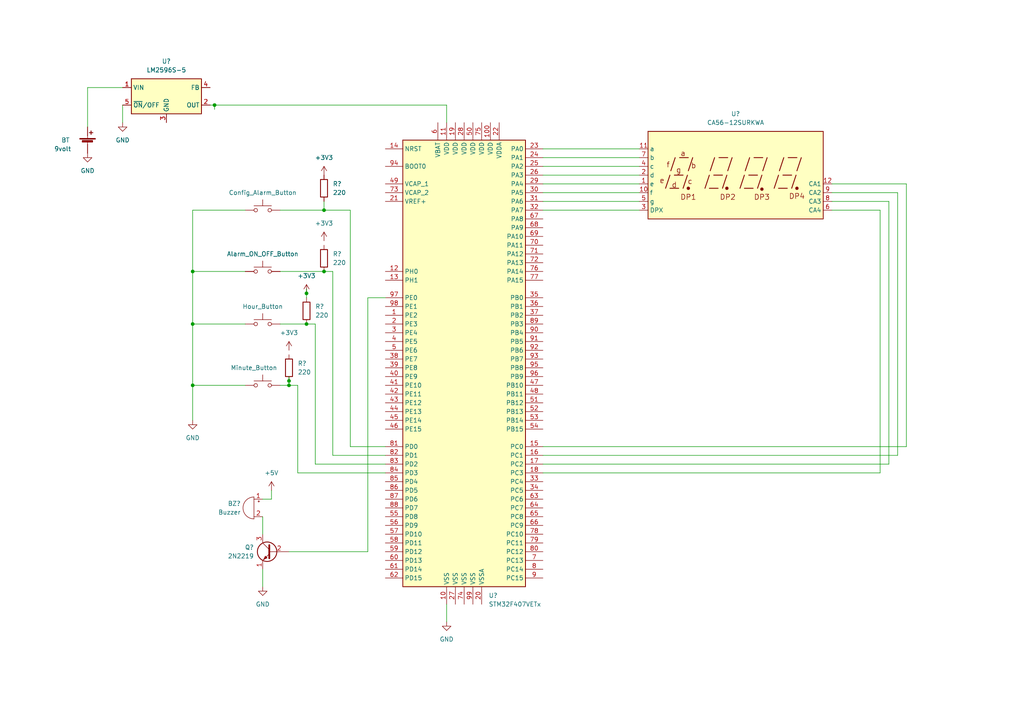
<source format=kicad_sch>
(kicad_sch (version 20211123) (generator eeschema)
  (paper "A4")
  (lib_symbols
    (symbol "Device:Battery_Cell" (pin_numbers hide) (pin_names (offset 0) hide)
      (property "Reference" "BT" (at 2.54 2.54 0))
      (property "Value" "Battery_Cell" (at 2.54 0 0))
      (symbol "Battery_Cell_0_1"
        (rectangle (start -2.286 1.778) (end 2.286 1.524) (fill (type outline)))
        (rectangle (start -1.5748 1.1938) (end 1.4732 0.6858) (fill (type outline)))
        (polyline (pts (xy 0 0.762) (xy 0 0)))
        (polyline (pts (xy 0 1.778) (xy 0 2.54)))
        (polyline (pts (xy 0.508 3.429) (xy 1.524 3.429)) (stroke (width 0.254)))
        (polyline (pts (xy 1.016 3.937) (xy 1.016 2.921)) (stroke (width 0.254)))
      )
      (symbol "Battery_Cell_1_1"
        (pin passive line (at 0 5.08 270) (length 2.54) (name "+") (number "1"))
        (pin passive line (at 0 -2.54 90) (length 2.54) (name "-") (number "2"))
      )
    )
    (symbol "Device:Buzzer" (pin_names (offset 0.0254) hide)
      (property "Reference" "BZ" (at 3.81 1.27 0))
      (property "Value" "Buzzer" (at 3.81 -1.27 0))
      (symbol "Buzzer_0_1"
        (arc (start 0 -3.175) (mid 3.175 0) (end 0 3.175))
        (polyline (pts (xy -1.651 1.905) (xy -1.143 1.905)))
        (polyline (pts (xy -1.397 2.159) (xy -1.397 1.651)))
        (polyline (pts (xy 0 3.175) (xy 0 -3.175)))
      )
      (symbol "Buzzer_1_1"
        (pin passive line (at -2.54 2.54 0) (length 2.54) (name "-") (number "1"))
        (pin passive line (at -2.54 -2.54 0) (length 2.54) (name "+") (number "2"))
      )
    )
    (symbol "Device:R" (pin_numbers hide) (pin_names (offset 0))
      (property "Reference" "R" (at 2.032 0 90))
      (property "Value" "R" (at 0 0 90))
      (symbol "R_0_1"
        (rectangle (start -1.016 -2.54) (end 1.016 2.54) (stroke (width 0.254)))
      )
      (symbol "R_1_1"
        (pin passive line (at 0 3.81 270) (length 1.27) (name "~") (number "1"))
        (pin passive line (at 0 -3.81 90) (length 1.27) (name "~") (number "2"))
      )
    )
    (symbol "Display_Character:CA56-12SURKWA"
      (property "Reference" "U" (at -24.13 13.97 0))
      (property "Value" "CA56-12SURKWA" (at 17.78 13.97 0))
      (symbol "CA56-12SURKWA_0_0"
        (rectangle (start -25.4 12.7) (end 25.4 -12.7) (stroke (width 0.254)) (fill (type background)))
        (polyline (pts (xy -20.32 -3.81) (xy -19.05 0)) (stroke (width 0.254)))
        (polyline (pts (xy -19.05 -3.81) (xy -16.51 -3.81)) (stroke (width 0.254)))
        (polyline (pts (xy -18.796 1.27) (xy -17.526 5.08)) (stroke (width 0.254)))
        (polyline (pts (xy -17.78 0) (xy -15.24 0)) (stroke (width 0.254)))
        (polyline (pts (xy -16.256 5.08) (xy -13.716 5.08)) (stroke (width 0.254)))
        (polyline (pts (xy -15.24 -3.81) (xy -13.97 0)) (stroke (width 0.254)))
        (polyline (pts (xy -13.716 1.27) (xy -12.446 5.08)) (stroke (width 0.254)))
        (polyline (pts (xy -8.89 -3.81) (xy -7.62 0)) (stroke (width 0.254)))
        (polyline (pts (xy -7.62 -3.81) (xy -5.08 -3.81)) (stroke (width 0.254)))
        (polyline (pts (xy -7.366 1.27) (xy -6.096 5.08)) (stroke (width 0.254)))
        (polyline (pts (xy -6.35 0) (xy -3.81 0)) (stroke (width 0.254)))
        (polyline (pts (xy -4.826 5.08) (xy -2.286 5.08)) (stroke (width 0.254)))
        (polyline (pts (xy -3.81 -3.81) (xy -2.54 0)) (stroke (width 0.254)))
        (polyline (pts (xy -2.286 1.27) (xy -1.016 5.08)) (stroke (width 0.254)))
        (polyline (pts (xy 1.27 -3.81) (xy 2.54 0)) (stroke (width 0.254)))
        (polyline (pts (xy 2.54 -3.81) (xy 5.08 -3.81)) (stroke (width 0.254)))
        (polyline (pts (xy 2.794 1.27) (xy 4.064 5.08)) (stroke (width 0.254)))
        (polyline (pts (xy 3.81 0) (xy 6.35 0)) (stroke (width 0.254)))
        (polyline (pts (xy 5.334 5.08) (xy 7.874 5.08)) (stroke (width 0.254)))
        (polyline (pts (xy 6.35 -3.81) (xy 7.62 0)) (stroke (width 0.254)))
        (polyline (pts (xy 7.874 1.27) (xy 9.144 5.08)) (stroke (width 0.254)))
        (polyline (pts (xy 11.176 -3.81) (xy 12.446 0)) (stroke (width 0.254)))
        (polyline (pts (xy 12.446 -3.81) (xy 14.986 -3.81)) (stroke (width 0.254)))
        (polyline (pts (xy 12.7 1.27) (xy 13.97 5.08)) (stroke (width 0.254)))
        (polyline (pts (xy 13.716 0) (xy 16.256 0)) (stroke (width 0.254)))
        (polyline (pts (xy 15.24 5.08) (xy 17.78 5.08)) (stroke (width 0.254)))
        (polyline (pts (xy 16.256 -3.81) (xy 17.526 0)) (stroke (width 0.254)))
        (polyline (pts (xy 17.78 1.27) (xy 19.05 5.08)) (stroke (width 0.254)))
        (text "a" (at -15.24 6.35 0) (effects (font (size 1.524 1.524))))
        (text "b" (at -12.192 2.794 0) (effects (font (size 1.524 1.524))))
        (text "c" (at -13.208 -1.778 0) (effects (font (size 1.524 1.524))))
        (text "d" (at -17.78 -2.794 0) (effects (font (size 1.524 1.524))))
        (text "DP1" (at -13.716 -6.35 0) (effects (font (size 1.524 1.524))))
        (text "DP2" (at -2.286 -6.35 0) (effects (font (size 1.524 1.524))))
        (text "DP3" (at 7.62 -6.35 0) (effects (font (size 1.524 1.524))))
        (text "DP4" (at 17.78 -6.096 0) (effects (font (size 1.524 1.524))))
        (text "e" (at -21.336 -1.524 0) (effects (font (size 1.524 1.524))))
        (text "f" (at -19.558 3.048 0) (effects (font (size 1.524 1.524))))
        (text "g" (at -16.51 1.524 0) (effects (font (size 1.524 1.524))))
      )
      (symbol "CA56-12SURKWA_0_1"
        (circle (center -13.716 -3.81) (radius 0.3556) (stroke (width 0.254)) (fill (type outline)))
        (circle (center -2.54 -3.81) (radius 0.3556) (stroke (width 0.254)) (fill (type outline)))
      )
      (symbol "CA56-12SURKWA_1_0"
        (circle (center 7.62 -4.064) (radius 0.3556) (stroke (width 0.254)) (fill (type outline)))
        (circle (center 17.78 -3.81) (radius 0.3556) (stroke (width 0.254)) (fill (type outline)))
      )
      (symbol "CA56-12SURKWA_1_1"
        (pin input line (at -27.94 -2.54 0) (length 2.54) (name "e") (number "1"))
        (pin input line (at -27.94 -5.08 0) (length 2.54) (name "f") (number "10"))
        (pin input line (at -27.94 7.62 0) (length 2.54) (name "a") (number "11"))
        (pin input line (at 27.94 -2.54 180) (length 2.54) (name "CA1") (number "12"))
        (pin input line (at -27.94 0 0) (length 2.54) (name "d") (number "2"))
        (pin input line (at -27.94 -10.16 0) (length 2.54) (name "DPX") (number "3"))
        (pin input line (at -27.94 2.54 0) (length 2.54) (name "c") (number "4"))
        (pin input line (at -27.94 -7.62 0) (length 2.54) (name "g") (number "5"))
        (pin input line (at 27.94 -10.16 180) (length 2.54) (name "CA4") (number "6"))
        (pin input line (at -27.94 5.08 0) (length 2.54) (name "b") (number "7"))
        (pin input line (at 27.94 -7.62 180) (length 2.54) (name "CA3") (number "8"))
        (pin input line (at 27.94 -5.08 180) (length 2.54) (name "CA2") (number "9"))
      )
    )
    (symbol "MCU_ST_STM32F4:STM32F407VETx"
      (property "Reference" "U" (at -17.78 64.77 0))
      (property "Value" "STM32F407VETx" (at 12.7 64.77 0))
      (symbol "STM32F407VETx_0_1"
        (rectangle (start -17.78 -66.04) (end 17.78 63.5) (stroke (width 0.254)) (fill (type background)))
      )
      (symbol "STM32F407VETx_1_1"
        (pin bidirectional line (at -22.86 12.7 0) (length 5.08) (name "PE2") (number "1"))
        (pin power_in line (at -5.08 -71.12 90) (length 5.08) (name "VSS") (number "10"))
        (pin power_in line (at 7.62 68.58 270) (length 5.08) (name "VDD") (number "100"))
        (pin power_in line (at -5.08 68.58 270) (length 5.08) (name "VDD") (number "11"))
        (pin input line (at -22.86 25.4 0) (length 5.08) (name "PH0") (number "12"))
        (pin input line (at -22.86 22.86 0) (length 5.08) (name "PH1") (number "13"))
        (pin input line (at -22.86 60.96 0) (length 5.08) (name "NRST") (number "14"))
        (pin bidirectional line (at 22.86 -25.4 180) (length 5.08) (name "PC0") (number "15"))
        (pin bidirectional line (at 22.86 -27.94 180) (length 5.08) (name "PC1") (number "16"))
        (pin bidirectional line (at 22.86 -30.48 180) (length 5.08) (name "PC2") (number "17"))
        (pin bidirectional line (at 22.86 -33.02 180) (length 5.08) (name "PC3") (number "18"))
        (pin power_in line (at -2.54 68.58 270) (length 5.08) (name "VDD") (number "19"))
        (pin bidirectional line (at -22.86 10.16 0) (length 5.08) (name "PE3") (number "2"))
        (pin power_in line (at 5.08 -71.12 90) (length 5.08) (name "VSSA") (number "20"))
        (pin power_in line (at -22.86 45.72 0) (length 5.08) (name "VREF+") (number "21"))
        (pin power_in line (at 10.16 68.58 270) (length 5.08) (name "VDDA") (number "22"))
        (pin bidirectional line (at 22.86 60.96 180) (length 5.08) (name "PA0") (number "23"))
        (pin bidirectional line (at 22.86 58.42 180) (length 5.08) (name "PA1") (number "24"))
        (pin bidirectional line (at 22.86 55.88 180) (length 5.08) (name "PA2") (number "25"))
        (pin bidirectional line (at 22.86 53.34 180) (length 5.08) (name "PA3") (number "26"))
        (pin power_in line (at -2.54 -71.12 90) (length 5.08) (name "VSS") (number "27"))
        (pin power_in line (at 0 68.58 270) (length 5.08) (name "VDD") (number "28"))
        (pin bidirectional line (at 22.86 50.8 180) (length 5.08) (name "PA4") (number "29"))
        (pin bidirectional line (at -22.86 7.62 0) (length 5.08) (name "PE4") (number "3"))
        (pin bidirectional line (at 22.86 48.26 180) (length 5.08) (name "PA5") (number "30"))
        (pin bidirectional line (at 22.86 45.72 180) (length 5.08) (name "PA6") (number "31"))
        (pin bidirectional line (at 22.86 43.18 180) (length 5.08) (name "PA7") (number "32"))
        (pin bidirectional line (at 22.86 -35.56 180) (length 5.08) (name "PC4") (number "33"))
        (pin bidirectional line (at 22.86 -38.1 180) (length 5.08) (name "PC5") (number "34"))
        (pin bidirectional line (at 22.86 17.78 180) (length 5.08) (name "PB0") (number "35"))
        (pin bidirectional line (at 22.86 15.24 180) (length 5.08) (name "PB1") (number "36"))
        (pin bidirectional line (at 22.86 12.7 180) (length 5.08) (name "PB2") (number "37"))
        (pin bidirectional line (at -22.86 0 0) (length 5.08) (name "PE7") (number "38"))
        (pin bidirectional line (at -22.86 -2.54 0) (length 5.08) (name "PE8") (number "39"))
        (pin bidirectional line (at -22.86 5.08 0) (length 5.08) (name "PE5") (number "4"))
        (pin bidirectional line (at -22.86 -5.08 0) (length 5.08) (name "PE9") (number "40"))
        (pin bidirectional line (at -22.86 -7.62 0) (length 5.08) (name "PE10") (number "41"))
        (pin bidirectional line (at -22.86 -10.16 0) (length 5.08) (name "PE11") (number "42"))
        (pin bidirectional line (at -22.86 -12.7 0) (length 5.08) (name "PE12") (number "43"))
        (pin bidirectional line (at -22.86 -15.24 0) (length 5.08) (name "PE13") (number "44"))
        (pin bidirectional line (at -22.86 -17.78 0) (length 5.08) (name "PE14") (number "45"))
        (pin bidirectional line (at -22.86 -20.32 0) (length 5.08) (name "PE15") (number "46"))
        (pin bidirectional line (at 22.86 -7.62 180) (length 5.08) (name "PB10") (number "47"))
        (pin bidirectional line (at 22.86 -10.16 180) (length 5.08) (name "PB11") (number "48"))
        (pin power_in line (at -22.86 50.8 0) (length 5.08) (name "VCAP_1") (number "49"))
        (pin bidirectional line (at -22.86 2.54 0) (length 5.08) (name "PE6") (number "5"))
        (pin power_in line (at 2.54 68.58 270) (length 5.08) (name "VDD") (number "50"))
        (pin bidirectional line (at 22.86 -12.7 180) (length 5.08) (name "PB12") (number "51"))
        (pin bidirectional line (at 22.86 -15.24 180) (length 5.08) (name "PB13") (number "52"))
        (pin bidirectional line (at 22.86 -17.78 180) (length 5.08) (name "PB14") (number "53"))
        (pin bidirectional line (at 22.86 -20.32 180) (length 5.08) (name "PB15") (number "54"))
        (pin bidirectional line (at -22.86 -45.72 0) (length 5.08) (name "PD8") (number "55"))
        (pin bidirectional line (at -22.86 -48.26 0) (length 5.08) (name "PD9") (number "56"))
        (pin bidirectional line (at -22.86 -50.8 0) (length 5.08) (name "PD10") (number "57"))
        (pin bidirectional line (at -22.86 -53.34 0) (length 5.08) (name "PD11") (number "58"))
        (pin bidirectional line (at -22.86 -55.88 0) (length 5.08) (name "PD12") (number "59"))
        (pin power_in line (at -7.62 68.58 270) (length 5.08) (name "VBAT") (number "6"))
        (pin bidirectional line (at -22.86 -58.42 0) (length 5.08) (name "PD13") (number "60"))
        (pin bidirectional line (at -22.86 -60.96 0) (length 5.08) (name "PD14") (number "61"))
        (pin bidirectional line (at -22.86 -63.5 0) (length 5.08) (name "PD15") (number "62"))
        (pin bidirectional line (at 22.86 -40.64 180) (length 5.08) (name "PC6") (number "63"))
        (pin bidirectional line (at 22.86 -43.18 180) (length 5.08) (name "PC7") (number "64"))
        (pin bidirectional line (at 22.86 -45.72 180) (length 5.08) (name "PC8") (number "65"))
        (pin bidirectional line (at 22.86 -48.26 180) (length 5.08) (name "PC9") (number "66"))
        (pin bidirectional line (at 22.86 40.64 180) (length 5.08) (name "PA8") (number "67"))
        (pin bidirectional line (at 22.86 38.1 180) (length 5.08) (name "PA9") (number "68"))
        (pin bidirectional line (at 22.86 35.56 180) (length 5.08) (name "PA10") (number "69"))
        (pin bidirectional line (at 22.86 -58.42 180) (length 5.08) (name "PC13") (number "7"))
        (pin bidirectional line (at 22.86 33.02 180) (length 5.08) (name "PA11") (number "70"))
        (pin bidirectional line (at 22.86 30.48 180) (length 5.08) (name "PA12") (number "71"))
        (pin bidirectional line (at 22.86 27.94 180) (length 5.08) (name "PA13") (number "72"))
        (pin power_in line (at -22.86 48.26 0) (length 5.08) (name "VCAP_2") (number "73"))
        (pin power_in line (at 0 -71.12 90) (length 5.08) (name "VSS") (number "74"))
        (pin power_in line (at 5.08 68.58 270) (length 5.08) (name "VDD") (number "75"))
        (pin bidirectional line (at 22.86 25.4 180) (length 5.08) (name "PA14") (number "76"))
        (pin bidirectional line (at 22.86 22.86 180) (length 5.08) (name "PA15") (number "77"))
        (pin bidirectional line (at 22.86 -50.8 180) (length 5.08) (name "PC10") (number "78"))
        (pin bidirectional line (at 22.86 -53.34 180) (length 5.08) (name "PC11") (number "79"))
        (pin bidirectional line (at 22.86 -60.96 180) (length 5.08) (name "PC14") (number "8"))
        (pin bidirectional line (at 22.86 -55.88 180) (length 5.08) (name "PC12") (number "80"))
        (pin bidirectional line (at -22.86 -25.4 0) (length 5.08) (name "PD0") (number "81"))
        (pin bidirectional line (at -22.86 -27.94 0) (length 5.08) (name "PD1") (number "82"))
        (pin bidirectional line (at -22.86 -30.48 0) (length 5.08) (name "PD2") (number "83"))
        (pin bidirectional line (at -22.86 -33.02 0) (length 5.08) (name "PD3") (number "84"))
        (pin bidirectional line (at -22.86 -35.56 0) (length 5.08) (name "PD4") (number "85"))
        (pin bidirectional line (at -22.86 -38.1 0) (length 5.08) (name "PD5") (number "86"))
        (pin bidirectional line (at -22.86 -40.64 0) (length 5.08) (name "PD6") (number "87"))
        (pin bidirectional line (at -22.86 -43.18 0) (length 5.08) (name "PD7") (number "88"))
        (pin bidirectional line (at 22.86 10.16 180) (length 5.08) (name "PB3") (number "89"))
        (pin bidirectional line (at 22.86 -63.5 180) (length 5.08) (name "PC15") (number "9"))
        (pin bidirectional line (at 22.86 7.62 180) (length 5.08) (name "PB4") (number "90"))
        (pin bidirectional line (at 22.86 5.08 180) (length 5.08) (name "PB5") (number "91"))
        (pin bidirectional line (at 22.86 2.54 180) (length 5.08) (name "PB6") (number "92"))
        (pin bidirectional line (at 22.86 0 180) (length 5.08) (name "PB7") (number "93"))
        (pin input line (at -22.86 55.88 0) (length 5.08) (name "BOOT0") (number "94"))
        (pin bidirectional line (at 22.86 -2.54 180) (length 5.08) (name "PB8") (number "95"))
        (pin bidirectional line (at 22.86 -5.08 180) (length 5.08) (name "PB9") (number "96"))
        (pin bidirectional line (at -22.86 17.78 0) (length 5.08) (name "PE0") (number "97"))
        (pin bidirectional line (at -22.86 15.24 0) (length 5.08) (name "PE1") (number "98"))
        (pin power_in line (at 2.54 -71.12 90) (length 5.08) (name "VSS") (number "99"))
      )
    )
    (symbol "Regulator_Switching:LM2596S-5"
      (property "Reference" "U" (at -10.16 6.35 0))
      (property "Value" "LM2596S-5" (at 0 6.35 0))
      (symbol "LM2596S-5_0_1"
        (rectangle (start -10.16 5.08) (end 10.16 -5.08) (stroke (width 0.254)) (fill (type background)))
      )
      (symbol "LM2596S-5_1_1"
        (pin power_in line (at -12.7 2.54 0) (length 2.54) (name "VIN") (number "1"))
        (pin output line (at 12.7 -2.54 180) (length 2.54) (name "OUT") (number "2"))
        (pin power_in line (at 0 -7.62 90) (length 2.54) (name "GND") (number "3"))
        (pin input line (at 12.7 2.54 180) (length 2.54) (name "FB") (number "4"))
        (pin input line (at -12.7 -2.54 0) (length 2.54) (name "~{ON}/OFF") (number "5"))
      )
    )
    (symbol "Switch:SW_Push" (pin_numbers hide) (pin_names (offset 1.016) hide)
      (property "Reference" "SW" (at 1.27 2.54 0))
      (property "Value" "SW_Push" (at 0 -1.524 0))
      (symbol "SW_Push_0_1"
        (circle (center -2.032 0) (radius 0.508))
        (polyline (pts (xy 0 1.27) (xy 0 3.048)))
        (polyline (pts (xy 2.54 1.27) (xy -2.54 1.27)))
        (circle (center 2.032 0) (radius 0.508))
        (pin passive line (at -5.08 0 0) (length 2.54) (name "1") (number "1"))
        (pin passive line (at 5.08 0 180) (length 2.54) (name "2") (number "2"))
      )
    )
    (symbol "Transistor_BJT:2N2219" (pin_names (offset 0) hide)
      (property "Reference" "Q" (at 5.08 1.905 0))
      (property "Value" "2N2219" (at 5.08 0 0))
      (symbol "2N2219_0_1"
        (polyline (pts (xy 0.635 0.635) (xy 2.54 2.54)))
        (polyline (pts (xy 0.635 -0.635) (xy 2.54 -2.54) (xy 2.54 -2.54)))
        (polyline (pts (xy 0.635 1.905) (xy 0.635 -1.905) (xy 0.635 -1.905)) (stroke (width 0.508)))
        (polyline (pts (xy 1.27 -1.778) (xy 1.778 -1.27) (xy 2.286 -2.286) (xy 1.27 -1.778) (xy 1.27 -1.778)) (fill (type outline)))
        (circle (center 1.27 0) (radius 2.8194) (stroke (width 0.254)))
      )
      (symbol "2N2219_1_1"
        (pin passive line (at 2.54 -5.08 90) (length 2.54) (name "E") (number "1"))
        (pin passive line (at -5.08 0 0) (length 5.715) (name "B") (number "2"))
        (pin passive line (at 2.54 5.08 270) (length 2.54) (name "C") (number "3"))
      )
    )
    (symbol "power:+3.3V" (power) (pin_names (offset 0))
      (property "Value" "+3.3V" (at 0 3.556 0))
      (symbol "+3.3V_0_1"
        (polyline (pts (xy -0.762 1.27) (xy 0 2.54)))
        (polyline (pts (xy 0 0) (xy 0 2.54)))
        (polyline (pts (xy 0 2.54) (xy 0.762 1.27)))
      )
      (symbol "+3.3V_1_1"
        (pin power_in line (at 0 0 90) (length 0) hide (name "+3V3") (number "1"))
      )
    )
    (symbol "power:+5V" (power) (pin_names (offset 0))
      (property "Value" "+5V" (at 0 3.556 0))
      (symbol "+5V_0_1"
        (polyline (pts (xy -0.762 1.27) (xy 0 2.54)))
        (polyline (pts (xy 0 0) (xy 0 2.54)))
        (polyline (pts (xy 0 2.54) (xy 0.762 1.27)))
      )
      (symbol "+5V_1_1"
        (pin power_in line (at 0 0 90) (length 0) hide (name "+5V") (number "1"))
      )
    )
    (symbol "power:GND" (power) (pin_names (offset 0))
      (property "Value" "GND" (at 0 -3.81 0))
      (symbol "GND_0_1"
        (polyline (pts (xy 0 0) (xy 0 -1.27) (xy 1.27 -1.27) (xy 0 -2.54) (xy -1.27 -1.27) (xy 0 -1.27)))
      )
      (symbol "GND_1_1"
        (pin power_in line (at 0 0 270) (length 0) hide (name "GND") (number "1"))
      )
    )
  )
  (junction (at 83.82 110.49))
  (junction (at 62.23 30.48))
  (junction (at 55.88 78.74))
  (junction (at 83.82 111.76))
  (junction (at 88.9 85.09))
  (junction (at 88.9 93.98))
  (junction (at 55.88 111.76))
  (junction (at 93.98 78.74))
  (junction (at 93.98 60.96))
  (junction (at 55.88 93.98))
  (wire (pts (xy 157.48 50.8) (xy 185.42 50.8)))
  (wire (pts (xy 88.9 83.82) (xy 88.9 85.09)))
  (wire (pts (xy 257.81 134.62) (xy 157.48 134.62)))
  (wire (pts (xy 96.52 132.08) (xy 111.76 132.08)))
  (wire (pts (xy 83.82 111.76) (xy 86.36 111.76)))
  (wire (pts (xy 96.52 78.74) (xy 96.52 132.08)))
  (wire (pts (xy 78.74 144.78) (xy 78.74 142.24)))
  (wire (pts (xy 129.54 30.48) (xy 62.23 30.48)))
  (wire (pts (xy 129.54 35.56) (xy 129.54 30.48)))
  (wire (pts (xy 55.88 111.76) (xy 55.88 121.92)))
  (wire (pts (xy 241.3 60.96) (xy 255.27 60.96)))
  (wire (pts (xy 55.88 60.96) (xy 55.88 78.74)))
  (wire (pts (xy 88.9 93.98) (xy 81.28 93.98)))
  (wire (pts (xy 81.28 111.76) (xy 83.82 111.76)))
  (wire (pts (xy 25.4 25.4) (xy 25.4 36.83)))
  (wire (pts (xy 91.44 134.62) (xy 91.44 93.98)))
  (wire (pts (xy 35.56 30.48) (xy 35.56 35.56)))
  (wire (pts (xy 86.36 111.76) (xy 86.36 137.16)))
  (wire (pts (xy 157.48 53.34) (xy 185.42 53.34)))
  (wire (pts (xy 106.68 86.36) (xy 106.68 160.02)))
  (wire (pts (xy 76.2 144.78) (xy 78.74 144.78)))
  (wire (pts (xy 55.88 93.98) (xy 55.88 111.76)))
  (wire (pts (xy 157.48 48.26) (xy 185.42 48.26)))
  (wire (pts (xy 81.28 60.96) (xy 93.98 60.96)))
  (wire (pts (xy 35.56 25.4) (xy 25.4 25.4)))
  (wire (pts (xy 81.28 78.74) (xy 93.98 78.74)))
  (wire (pts (xy 83.82 109.22) (xy 83.82 110.49)))
  (wire (pts (xy 157.48 132.08) (xy 260.35 132.08)))
  (wire (pts (xy 71.12 60.96) (xy 55.88 60.96)))
  (wire (pts (xy 185.42 58.42) (xy 157.48 58.42)))
  (wire (pts (xy 88.9 85.09) (xy 88.9 86.36)))
  (wire (pts (xy 55.88 93.98) (xy 71.12 93.98)))
  (wire (pts (xy 260.35 55.88) (xy 260.35 132.08)))
  (wire (pts (xy 83.82 110.49) (xy 83.82 111.76)))
  (wire (pts (xy 93.98 58.42) (xy 93.98 60.96)))
  (wire (pts (xy 241.3 55.88) (xy 260.35 55.88)))
  (wire (pts (xy 111.76 134.62) (xy 91.44 134.62)))
  (wire (pts (xy 55.88 78.74) (xy 55.88 93.98)))
  (wire (pts (xy 157.48 45.72) (xy 185.42 45.72)))
  (wire (pts (xy 91.44 93.98) (xy 88.9 93.98)))
  (wire (pts (xy 55.88 111.76) (xy 71.12 111.76)))
  (wire (pts (xy 257.81 58.42) (xy 257.81 134.62)))
  (wire (pts (xy 262.89 53.34) (xy 241.3 53.34)))
  (wire (pts (xy 157.48 60.96) (xy 185.42 60.96)))
  (wire (pts (xy 262.89 129.54) (xy 262.89 53.34)))
  (wire (pts (xy 157.48 129.54) (xy 262.89 129.54)))
  (wire (pts (xy 76.2 165.1) (xy 76.2 170.18)))
  (wire (pts (xy 157.48 55.88) (xy 185.42 55.88)))
  (wire (pts (xy 129.54 175.26) (xy 129.54 180.34)))
  (wire (pts (xy 93.98 60.96) (xy 101.6 60.96)))
  (wire (pts (xy 86.36 137.16) (xy 111.76 137.16)))
  (wire (pts (xy 62.23 30.48) (xy 60.96 30.48)))
  (wire (pts (xy 101.6 129.54) (xy 111.76 129.54)))
  (wire (pts (xy 101.6 129.54) (xy 101.6 60.96)))
  (wire (pts (xy 157.48 137.16) (xy 255.27 137.16)))
  (wire (pts (xy 106.68 160.02) (xy 83.82 160.02)))
  (wire (pts (xy 93.98 78.74) (xy 96.52 78.74)))
  (wire (pts (xy 55.88 78.74) (xy 71.12 78.74)))
  (wire (pts (xy 76.2 149.86) (xy 76.2 154.94)))
  (wire (pts (xy 111.76 86.36) (xy 106.68 86.36)))
  (wire (pts (xy 255.27 60.96) (xy 255.27 137.16)))
  (wire (pts (xy 157.48 43.18) (xy 185.42 43.18)))
  (wire (pts (xy 62.23 31.75) (xy 62.23 30.48)))
  (wire (pts (xy 241.3 58.42) (xy 257.81 58.42)))
  (symbol (lib_id "power:GND") (at 76.2 170.18 0) (mirror y) (unit 1)
    (property "Reference" "#PWR?" (effects hide))
    (property "Value" "GND" (at 76.2 175.26 0))
  )
  (symbol (lib_id "Switch:SW_Push") (at 76.2 78.74 0) (unit 1)
    (property "Reference" "Alarm_ON_OFF_Button" (at 76.2 73.66 0))
    (property "Value" "SW_Push" (effects hide))
  )
  (symbol (lib_id "power:GND") (at 25.4 44.45 0) (unit 1)
    (property "Reference" "#PWR?" (effects hide))
    (property "Value" "GND" (at 25.4 49.53 0))
  )
  (symbol (lib_id "Device:R") (at 93.98 74.93 0) (unit 1)
    (property "Reference" "R?" (at 96.52 73.6599 0) (effects (justify left)))
    (property "Value" "220" (at 96.52 76.1999 0) (effects (justify left)))
  )
  (symbol (lib_id "Device:R") (at 83.82 106.68 0) (unit 1)
    (property "Reference" "R?" (at 86.36 105.4099 0) (effects (justify left)))
    (property "Value" "220" (at 86.36 107.9499 0) (effects (justify left)))
  )
  (symbol (lib_id "power:+3.3V") (at 93.98 69.85 0) (unit 1)
    (property "Reference" "#PWR?" (effects hide))
    (property "Value" "+3.3V" (at 93.98 64.77 0))
  )
  (symbol (lib_id "power:GND") (at 129.54 180.34 0) (unit 1)
    (property "Reference" "#PWR?" (effects hide))
    (property "Value" "GND" (at 129.54 185.42 0))
  )
  (symbol (lib_id "MCU_ST_STM32F4:STM32F407VETx") (at 134.62 104.14 0) (unit 1)
    (property "Reference" "U?" (at 141.7194 172.72 0) (effects (justify left)))
    (property "Value" "STM32F407VETx" (at 141.7194 175.26 0) (effects (justify left)))
    (property "Footprint" "Package_QFP:LQFP-100_14x14mm_P0.5mm" (effects hide))
    (property "Datasheet" "http://www.st.com/st-web-ui/static/active/en/resource/technical/document/datasheet/DM00037051.pdf" (effects hide))
  )
  (symbol (lib_id "Device:Battery_Cell") (at 25.4 41.91 0) (unit 1)
    (property "Reference" "BT" (at 17.78 40.64 0) (effects (justify left)))
    (property "Value" "9volt" (at 15.7 43.18 0) (effects (justify left)))
  )
  (symbol (lib_id "Transistor_BJT:2N2219") (at 78.74 160.02 0) (mirror y) (unit 1)
    (property "Reference" "Q?" (at 73.66 158.7499 0) (effects (justify left)))
    (property "Value" "2N2219" (at 73.66 161.2899 0) (effects (justify left)))
    (property "Footprint" "Package_TO_SOT_THT:TO-39-3" (effects hide))
    (property "Datasheet" "http://www.onsemi.com/pub_link/Collateral/2N2219-D.PDF" (effects hide))
  )
  (symbol (lib_id "Switch:SW_Push") (at 76.2 111.76 0) (unit 1)
    (property "Reference" "Minute_Button" (at 73.66 106.68 0))
    (property "Value" "ewcw" (effects hide))
  )
  (symbol (lib_id "Device:Buzzer") (at 73.66 147.32 0) (mirror y) (unit 1)
    (property "Reference" "BZ?" (at 69.85 146.0499 0) (effects (justify left)))
    (property "Value" "Buzzer" (at 69.85 148.5899 0) (effects (justify left)))
  )
  (symbol (lib_id "Switch:SW_Push") (at 76.2 93.98 0) (unit 1)
    (property "Reference" "Hour_Button" (at 76.2 88.9 0))
    (property "Value" "SW_Push" (effects hide))
  )
  (symbol (lib_id "power:+3.3V") (at 93.98 50.8 0) (unit 1)
    (property "Reference" "#PWR?" (effects hide))
    (property "Value" "+3.3V" (at 93.98 45.72 0))
  )
  (symbol (lib_id "Device:R") (at 93.98 54.61 0) (unit 1)
    (property "Reference" "R?" (at 96.52 53.3399 0) (effects (justify left)))
    (property "Value" "220" (at 96.52 55.8799 0) (effects (justify left)))
  )
  (symbol (lib_id "power:+3.3V") (at 83.82 101.6 0) (unit 1)
    (property "Reference" "#PWR?" (effects hide))
    (property "Value" "+3.3V" (at 83.82 96.52 0))
  )
  (symbol (lib_id "Device:R") (at 88.9 90.17 0) (unit 1)
    (property "Reference" "R?" (at 91.44 88.8999 0) (effects (justify left)))
    (property "Value" "220" (at 91.44 91.4399 0) (effects (justify left)))
  )
  (symbol (lib_id "power:GND") (at 35.56 35.56 0) (unit 1)
    (property "Reference" "#PWR?" (effects hide))
    (property "Value" "GND" (at 35.56 40.64 0))
  )
  (symbol (lib_id "Regulator_Switching:LM2596S-5") (at 48.26 27.94 0) (unit 1)
    (property "Reference" "U?" (at 48.26 17.78 0))
    (property "Value" "LM2596S-5" (at 48.26 20.32 0))
    (property "Footprint" "Package_TO_SOT_SMD:TO-263-5_TabPin3" (effects hide))
    (property "Datasheet" "http://www.ti.com/lit/ds/symlink/lm2596.pdf" (effects hide))
  )
  (symbol (lib_id "power:+5V") (at 78.74 142.24 0) (unit 1)
    (property "Reference" "#PWR?" (effects hide))
    (property "Value" "+5V" (at 78.74 137.16 0))
  )
  (symbol (lib_id "power:+3.3V") (at 88.9 85.09 0) (unit 1)
    (property "Reference" "#PWR?" (effects hide))
    (property "Value" "+3.3V" (at 88.9 80.01 0))
  )
  (symbol (lib_id "Switch:SW_Push") (at 76.2 60.96 0) (unit 1)
    (property "Reference" "Config_Alarm_Button" (at 76.2 55.88 0))
    (property "Value" "Config Alarm Button" (effects hide))
  )
  (symbol (lib_id "Display_Character:CA56-12SURKWA") (at 213.36 50.8 0) (unit 1)
    (property "Reference" "U?" (at 213.36 33.02 0))
    (property "Value" "CA56-12SURKWA" (at 213.36 35.56 0))
    (property "Footprint" "Display_7Segment:CA56-12SURKWA" (effects hide))
    (property "Datasheet" "http://www.kingbright.com/attachments/file/psearch/000/00/00/CA56-12SURKWA(Ver.8A).pdf" (effects hide))
  )
  (symbol (lib_id "power:GND") (at 55.88 121.92 0) (unit 1)
    (property "Reference" "#PWR?" (effects hide))
    (property "Value" "GND" (at 55.88 127 0))
  )
)
</source>
